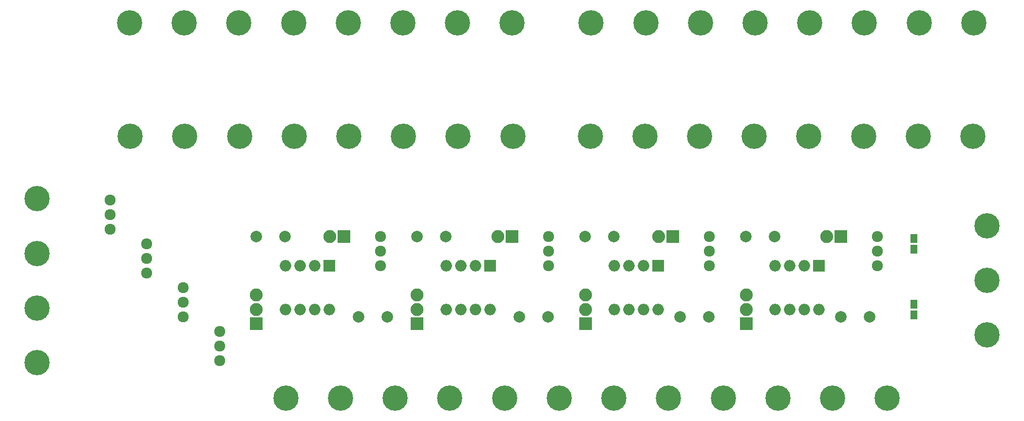
<source format=gts>
G04 #@! TF.FileFunction,Soldermask,Top*
%FSLAX46Y46*%
G04 Gerber Fmt 4.6, Leading zero omitted, Abs format (unit mm)*
G04 Created by KiCad (PCBNEW 4.0.5) date 01/24/17 10:53:33*
%MOMM*%
%LPD*%
G01*
G04 APERTURE LIST*
%ADD10C,0.100000*%
%ADD11C,4.400000*%
%ADD12R,1.150000X1.600000*%
%ADD13R,2.000000X2.000000*%
%ADD14O,2.000000X2.000000*%
%ADD15C,2.000000*%
%ADD16C,1.924000*%
%ADD17R,2.250000X2.250000*%
%ADD18C,2.250000*%
G04 APERTURE END LIST*
D10*
D11*
X145667600Y-58724800D03*
X155167600Y-58724800D03*
X164667600Y-58724800D03*
X174167600Y-58724800D03*
X183667600Y-58724800D03*
X193167600Y-58724800D03*
X202667600Y-58724800D03*
X212167600Y-58724800D03*
X65708400Y-58775600D03*
X75208400Y-58775600D03*
X84708400Y-58775600D03*
X94208400Y-58775600D03*
X103708400Y-58775600D03*
X113208400Y-58775600D03*
X122708400Y-58775600D03*
X132208400Y-58775600D03*
X65606800Y-39014400D03*
X75106800Y-39014400D03*
X84606800Y-39014400D03*
X94106800Y-39014400D03*
X103606800Y-39014400D03*
X113106800Y-39014400D03*
X122606800Y-39014400D03*
X132106800Y-39014400D03*
X214630000Y-93320000D03*
X214630000Y-83820000D03*
X214630000Y-74320000D03*
D12*
X201930000Y-89850000D03*
X201930000Y-87950000D03*
X201930000Y-78420000D03*
X201930000Y-76520000D03*
D13*
X100330000Y-81280000D03*
D14*
X92710000Y-88900000D03*
X97790000Y-81280000D03*
X95250000Y-88900000D03*
X95250000Y-81280000D03*
X97790000Y-88900000D03*
X92710000Y-81280000D03*
X100330000Y-88900000D03*
D13*
X128270000Y-81280000D03*
D14*
X120650000Y-88900000D03*
X125730000Y-81280000D03*
X123190000Y-88900000D03*
X123190000Y-81280000D03*
X125730000Y-88900000D03*
X120650000Y-81280000D03*
X128270000Y-88900000D03*
D13*
X157480000Y-81280000D03*
D14*
X149860000Y-88900000D03*
X154940000Y-81280000D03*
X152400000Y-88900000D03*
X152400000Y-81280000D03*
X154940000Y-88900000D03*
X149860000Y-81280000D03*
X157480000Y-88900000D03*
D13*
X185420000Y-81280000D03*
D14*
X177800000Y-88900000D03*
X182880000Y-81280000D03*
X180340000Y-88900000D03*
X180340000Y-81280000D03*
X182880000Y-88900000D03*
X177800000Y-81280000D03*
X185420000Y-88900000D03*
D11*
X92780000Y-104340000D03*
X102280000Y-104340000D03*
X111780000Y-104340000D03*
X121280000Y-104340000D03*
X130780000Y-104340000D03*
X140280000Y-104340000D03*
X149780000Y-104340000D03*
X159280000Y-104340000D03*
X168780000Y-104340000D03*
X178280000Y-104340000D03*
X187780000Y-104340000D03*
X197280000Y-104340000D03*
X49530000Y-69620000D03*
X49530000Y-79120000D03*
X49530000Y-88620000D03*
X49530000Y-98120000D03*
D15*
X105410000Y-90170000D03*
X110410000Y-90170000D03*
X87630000Y-76200000D03*
X92630000Y-76200000D03*
X133350000Y-90170000D03*
X138350000Y-90170000D03*
X115570000Y-76200000D03*
X120570000Y-76200000D03*
X161290000Y-90170000D03*
X166290000Y-90170000D03*
X144780000Y-76200000D03*
X149780000Y-76200000D03*
X189230000Y-90170000D03*
X194230000Y-90170000D03*
X172720000Y-76200000D03*
X177720000Y-76200000D03*
D16*
X109220000Y-78740000D03*
X109220000Y-81280000D03*
X109220000Y-76200000D03*
X138430000Y-78740000D03*
X138430000Y-81280000D03*
X138430000Y-76200000D03*
X166370000Y-78740000D03*
X166370000Y-81280000D03*
X166370000Y-76200000D03*
X195580000Y-78740000D03*
X195580000Y-81280000D03*
X195580000Y-76200000D03*
X81280000Y-95250000D03*
X81280000Y-97790000D03*
X81280000Y-92710000D03*
X74930000Y-87630000D03*
X74930000Y-90170000D03*
X74930000Y-85090000D03*
X68580000Y-80010000D03*
X68580000Y-82550000D03*
X68580000Y-77470000D03*
X62230000Y-72390000D03*
X62230000Y-74930000D03*
X62230000Y-69850000D03*
D17*
X102870000Y-76200000D03*
D18*
X100370000Y-76200000D03*
D17*
X132080000Y-76200000D03*
D18*
X129580000Y-76200000D03*
D17*
X160020000Y-76200000D03*
D18*
X157520000Y-76200000D03*
D17*
X189230000Y-76200000D03*
D18*
X186730000Y-76200000D03*
D11*
X145820000Y-39014400D03*
X155320000Y-39014400D03*
X164820000Y-39014400D03*
X174320000Y-39014400D03*
X183820000Y-39014400D03*
X193320000Y-39014400D03*
X202820000Y-39014400D03*
X212320000Y-39014400D03*
D17*
X87630000Y-91389200D03*
D18*
X87630000Y-88889200D03*
X87630000Y-86389200D03*
D17*
X115570000Y-91389200D03*
D18*
X115570000Y-88889200D03*
X115570000Y-86389200D03*
D17*
X144830800Y-91389200D03*
D18*
X144830800Y-88889200D03*
X144830800Y-86389200D03*
D17*
X172770800Y-91389200D03*
D18*
X172770800Y-88889200D03*
X172770800Y-86389200D03*
M02*

</source>
